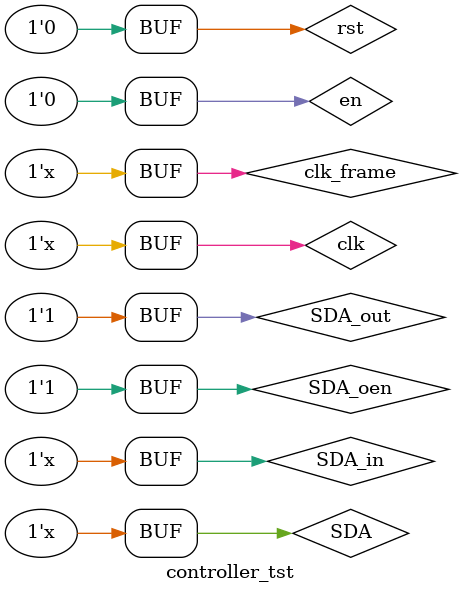
<source format=v>
`timescale 1ns / 1ps


module controller_tst;

	// Inputs
	reg clk;
	reg clk_frame;
	reg rst;
	reg en;

	// Outputs
	wire busy;
	wire [15:0] AcX;
	wire [15:0] AcY;
	wire [15:0] AcZ;
	wire [15:0] GyX;
	wire [15:0] GyY;
	wire [15:0] GyZ;
	wire error_i2c;
	wire SCL;

	// Bidirs
	wire SDA;
	
	reg SDA_out, SDA_oen;
	wire SDA_in;
	assign SDA = SDA_oen? 1'bz : SDA_out;
	assign SDA_in = SDA;

	// Instantiate the Unit Under Test (UUT)
	MPU_controller uut (
		.clk(clk), 
		.clk_frame(clk_frame), 
		.rst(rst), 
		.en(en), 
		.busy(busy), 
		.AcX(AcX), 
		.AcY(AcY), 
		.AcZ(AcZ), 
		.GyX(GyX), 
		.GyY(GyY), 
		.GyZ(GyZ), 
		.error_i2c(error_i2c), 
		.SCL(SCL), 
		.SDA(SDA)
	);

	initial begin
		// Initialize Inputs
		clk = 0;
		clk_frame = 0;
		rst = 1;
		en = 0;
		SDA_oen = 1;
		// Wait 100 ns for global reset to finish
		#100;
      rst = 0;
		// Add stimulus here
		#150 en = 1;
		#150 en = 0;
		#3600;
		SDA_oen = 0;
		SDA_out = 0;
		#335;
		SDA_oen = 1;
		#3665 SDA_oen 	= 0;
		#335 SDA_oen 	= 1;
		#3630 SDA_oen 	= 0;
		#335 SDA_oen 	= 1;
		
		#4505 SDA_oen 	= 0;
		#335 SDA_oen 	= 1;
		#3628 SDA_oen 	= 0;
		#385 SDA_oen 	= 1;
		#3570 SDA_oen 	= 0;
		#385 SDA_oen 	= 1;
		
		#4460 SDA_oen 	= 0;
		#385 SDA_oen 	= 1;
		#3580 SDA_oen 	= 0;
		#385 SDA_oen 	= 1;
		#3570 SDA_oen 	= 0;
		#385 SDA_oen 	= 1;
		
		#4460 SDA_oen 	= 0;
		#385 SDA_oen 	= 1;
		#3570 SDA_oen 	= 0;
		#385 SDA_oen 	= 1;
		#3570 SDA_oen 	= 0;
		#385 SDA_oen 	= 1;
		
		#4460 SDA_oen 	= 0;
		#385 SDA_oen 	= 1;
		#3570 SDA_oen 	= 0;
		#385 SDA_oen 	= 1;
		#3570 SDA_oen 	= 0;
		#385 SDA_oen 	= 1;
		
		#4000 en = 1;
		#150 en  = 0;
		
		#3810 SDA_oen 	= 0;
		#385 SDA_oen 	= 1;
		#3570 SDA_oen 	= 0;
		#385 SDA_oen 	= 1;
		
		#4040 SDA_oen = 0;
		#440 SDA_out = 1; // b7
		#440 SDA_out = 1; // b6
		#440 SDA_out = 0; // b5
		#440 SDA_out = 0; // b4
		#440 SDA_out = 1; // b3
		#440 SDA_out = 0; // b2
		#440 SDA_out = 1; // b1
		#440 SDA_out = 0; // b0
		#440 SDA_oen = 1; // ACK
		#385 SDA_oen = 0;
		
			  SDA_out = 1; // b7
		#440 SDA_out = 1; // b6
		#440 SDA_out = 0; // b5
		#440 SDA_out = 0; // b4
		#440 SDA_out = 1; // b3
		#440 SDA_out = 0; // b2
		#440 SDA_out = 1; // b1
		#440 SDA_out = 0; // b0
		#495 SDA_oen = 1; // ACK
		#413 SDA_oen = 0;
		
			  SDA_out = 0; // b7
		#440 SDA_out = 1; // b6
		#440 SDA_out = 0; // b5
		#440 SDA_out = 1; // b4
		#440 SDA_out = 0; // b3
		#440 SDA_out = 1; // b2
		#440 SDA_out = 0; // b1
		#440 SDA_out = 1; // b0
		#495 SDA_oen = 1; // ACK
		#413 SDA_oen = 0;
		
			  SDA_out = 1; // b7
		#440 SDA_out = 1; // b6
		#440 SDA_out = 1; // b5
		#440 SDA_out = 1; // b4
		#440 SDA_out = 0; // b3
		#440 SDA_out = 0; // b2
		#440 SDA_out = 0; // b1
		#440 SDA_out = 0; // b0
		#495 SDA_oen = 1; // ACK
		#370 SDA_oen = 0;
		
			  SDA_out = 1;
		#3535 SDA_oen = 1;
		#425	SDA_oen = 0;
		#3535 SDA_oen = 1;
		#425	SDA_oen = 0;
		#3535 SDA_oen = 1;
		#425	SDA_oen = 0;
		#3535 SDA_oen = 1;
		#425	SDA_oen = 0;
		#3535 SDA_oen = 1;
		#425	SDA_oen = 0;
		#3535 SDA_oen = 1;
		#425	SDA_oen = 0;
		#3535 SDA_oen = 1;
		#425	SDA_oen = 0;
		#3535 SDA_oen = 1;
		#425	SDA_oen = 0;
		#3535 SDA_oen = 1;
		#425	SDA_oen = 0;
		#3535 SDA_oen = 1;
		//#425	SDA_oen = 0;
	end
	
	always #5 clk = ~clk;
	always #55 clk_frame = ~clk_frame;
endmodule


</source>
